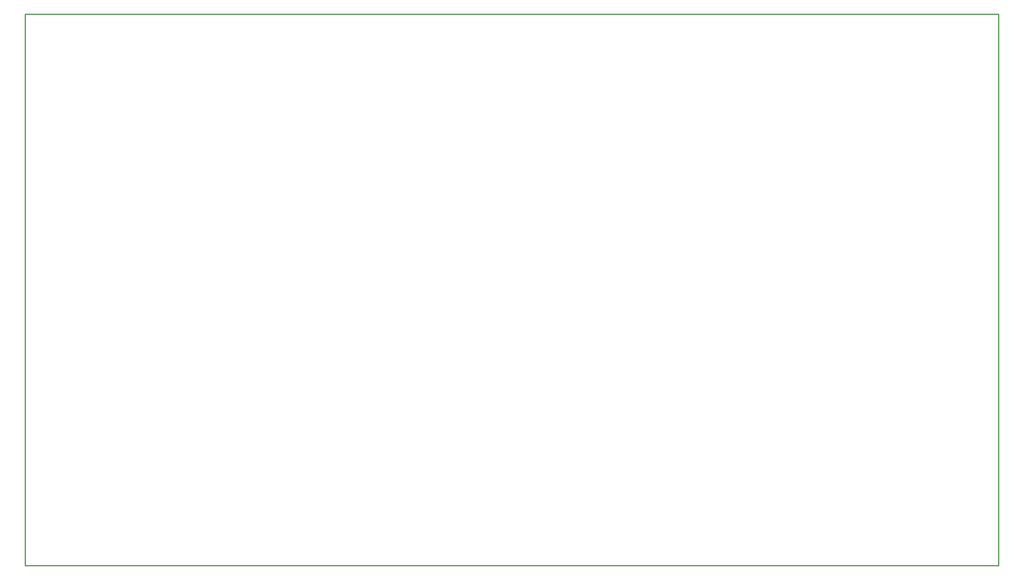
<source format=gbr>
%TF.GenerationSoftware,KiCad,Pcbnew,9.0.0*%
%TF.CreationDate,2025-07-02T01:34:39-03:00*%
%TF.ProjectId,EcoMaua_DC_Motor_Controller_v0,45636f4d-6175-4615-9f44-435f4d6f746f,rev?*%
%TF.SameCoordinates,Original*%
%TF.FileFunction,Profile,NP*%
%FSLAX46Y46*%
G04 Gerber Fmt 4.6, Leading zero omitted, Abs format (unit mm)*
G04 Created by KiCad (PCBNEW 9.0.0) date 2025-07-02 01:34:39*
%MOMM*%
%LPD*%
G01*
G04 APERTURE LIST*
%TA.AperFunction,Profile*%
%ADD10C,0.200000*%
%TD*%
G04 APERTURE END LIST*
D10*
X54785600Y-56056400D02*
X204785600Y-56056400D01*
X204785600Y-141056400D01*
X54785600Y-141056400D01*
X54785600Y-56056400D01*
M02*

</source>
